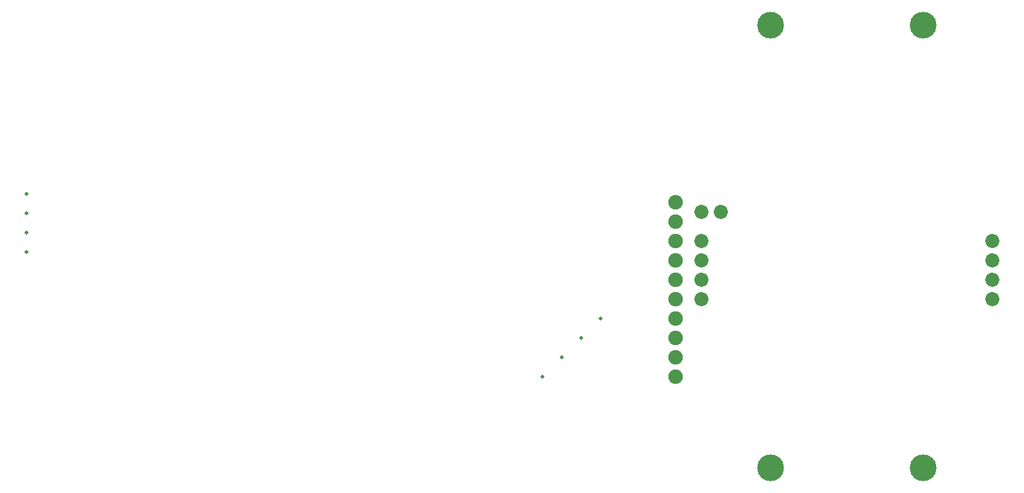
<source format=gbs>
%FSLAX46Y46*%
%MOMM*%
%AMPS11*
1,1,1.850000,0.000000,0.000000*
%
%ADD11PS11*%
%AMPS10*
1,1,1.900000,0.000000,0.000000*
%
%ADD10PS10*%
%AMPS13*
1,1,0.500000,0.000000,0.000000*
%
%ADD13PS13*%
%AMPS12*
1,1,3.500000,0.000000,0.000000*
%
%ADD12PS12*%
G01*
%LPD*%
G01*
%LPD*%
G75*
D10*
X49500000Y-1800000D03*
D10*
X49500000Y-9420000D03*
D10*
X49500000Y-17040000D03*
D10*
X49500000Y5820000D03*
D10*
X49500000Y3280000D03*
D10*
X49500000Y-4340000D03*
D10*
X49500000Y-14500000D03*
D10*
X49500000Y-11960000D03*
D10*
X49500000Y740000D03*
D10*
X49500000Y-6880000D03*
D11*
X91050000Y-6880000D03*
D11*
X91050000Y-1800000D03*
D11*
X55490000Y4550000D03*
D11*
X52950000Y740000D03*
D11*
X52950000Y4550000D03*
D11*
X91050000Y740000D03*
D12*
X62000000Y-29000000D03*
D12*
X62000000Y29000000D03*
D11*
X91050000Y-4340000D03*
D11*
X52950000Y-1800000D03*
D11*
X52950000Y-4340000D03*
D11*
X52950000Y-6880000D03*
D12*
X82000000Y29000000D03*
D12*
X82000000Y-29000000D03*
D13*
X-35500000Y-710000D03*
D13*
X34610000Y-14500000D03*
D13*
X-35500000Y4370000D03*
D13*
X39690000Y-9420000D03*
D13*
X-35500000Y6910000D03*
D13*
X32070000Y-17040000D03*
D13*
X37150000Y-11960000D03*
D13*
X-35500000Y1830000D03*
M02*

</source>
